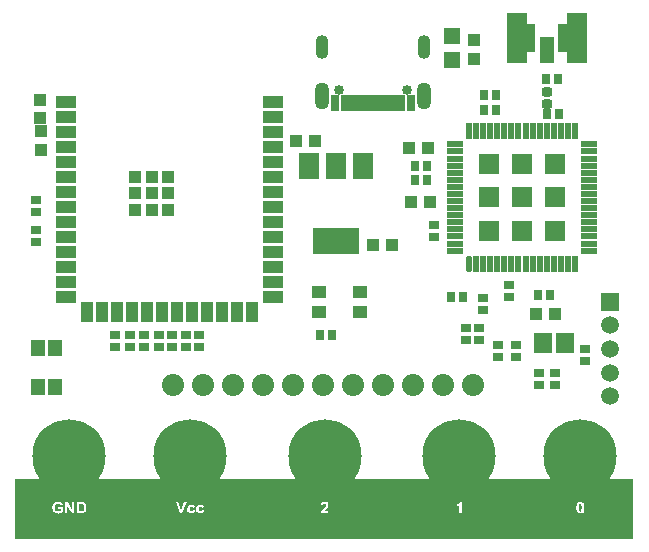
<source format=gts>
G04*
G04 #@! TF.GenerationSoftware,Altium Limited,Altium Designer,24.2.2 (26)*
G04*
G04 Layer_Color=8388736*
%FSLAX43Y43*%
%MOMM*%
G71*
G04*
G04 #@! TF.SameCoordinates,2AC63C8A-DCE0-4101-9F66-5B6E7EFFEEA9*
G04*
G04*
G04 #@! TF.FilePolarity,Negative*
G04*
G01*
G75*
%ADD36R,1.000X5.000*%
%ADD39R,0.914X2.337*%
%ADD40R,0.800X1.340*%
%ADD41R,0.500X1.340*%
G04:AMPARAMS|DCode=42|XSize=1.37mm|YSize=0.57mm|CornerRadius=0.285mm|HoleSize=0mm|Usage=FLASHONLY|Rotation=90.000|XOffset=0mm|YOffset=0mm|HoleType=Round|Shape=RoundedRectangle|*
%AMROUNDEDRECTD42*
21,1,1.370,0.000,0,0,90.0*
21,1,0.800,0.570,0,0,90.0*
1,1,0.570,0.000,0.400*
1,1,0.570,0.000,-0.400*
1,1,0.570,0.000,-0.400*
1,1,0.570,0.000,0.400*
%
%ADD42ROUNDEDRECTD42*%
%ADD43R,0.570X1.370*%
%ADD44R,1.370X0.570*%
%ADD45R,1.800X1.800*%
%ADD46R,1.700X2.200*%
%ADD47R,4.000X2.200*%
%ADD48R,1.700X1.100*%
%ADD49R,1.100X1.700*%
%ADD50R,1.100X1.100*%
%ADD51R,0.800X0.900*%
%ADD52R,0.900X0.800*%
%ADD53R,1.200X1.050*%
%ADD54R,1.521X1.724*%
G04:AMPARAMS|DCode=55|XSize=0.8mm|YSize=0.9mm|CornerRadius=0.25mm|HoleSize=0mm|Usage=FLASHONLY|Rotation=90.000|XOffset=0mm|YOffset=0mm|HoleType=Round|Shape=RoundedRectangle|*
%AMROUNDEDRECTD55*
21,1,0.800,0.400,0,0,90.0*
21,1,0.300,0.900,0,0,90.0*
1,1,0.500,0.200,0.150*
1,1,0.500,0.200,-0.150*
1,1,0.500,-0.200,-0.150*
1,1,0.500,-0.200,0.150*
%
%ADD55ROUNDEDRECTD55*%
%ADD56R,1.100X1.100*%
%ADD57R,1.250X1.350*%
%ADD58R,1.724X4.264*%
%ADD59R,1.216X2.232*%
%ADD60R,1.400X1.400*%
%ADD61O,1.250X2.300*%
%ADD62O,1.100X2.000*%
%ADD63C,0.850*%
%ADD64C,1.876*%
%ADD65C,1.500*%
%ADD66R,1.500X1.500*%
%ADD67C,6.200*%
G36*
X49950Y5040D02*
X52162D01*
Y-40D01*
X49950D01*
Y-40D01*
X45340D01*
Y-40D01*
X39710D01*
Y-40D01*
X35398D01*
Y-50D01*
X28032D01*
Y-40D01*
X23968D01*
Y-50D01*
X16602D01*
Y-40D01*
X12310D01*
Y-40D01*
X6710D01*
Y-40D01*
X2378D01*
Y-50D01*
X-162D01*
Y5030D01*
X2100D01*
Y5235D01*
X6710D01*
Y5040D01*
X12310D01*
Y5235D01*
X16920D01*
Y5030D01*
X23690D01*
Y5235D01*
X28300D01*
Y5030D01*
X35100D01*
Y5235D01*
X39710D01*
Y5040D01*
X45340D01*
Y5235D01*
X49950D01*
Y5040D01*
D02*
G37*
%LPC*%
G36*
X26323Y3088D02*
D01*
Y2815D01*
X26322Y2836D01*
X26319Y2857D01*
X26315Y2876D01*
X26310Y2895D01*
X26303Y2912D01*
X26297Y2928D01*
X26289Y2942D01*
X26281Y2956D01*
X26274Y2967D01*
X26266Y2978D01*
X26259Y2988D01*
X26253Y2995D01*
X26248Y3001D01*
X26243Y3006D01*
X26241Y3008D01*
X26240Y3009D01*
X26224Y3022D01*
X26206Y3035D01*
X26188Y3045D01*
X26170Y3055D01*
X26150Y3062D01*
X26132Y3068D01*
X26113Y3073D01*
X26095Y3077D01*
X26078Y3081D01*
X26063Y3083D01*
X26049Y3085D01*
X26037Y3087D01*
X26027D01*
X26020Y3088D01*
X26013D01*
X25989Y3087D01*
X25966Y3085D01*
X25944Y3082D01*
X25924Y3077D01*
X25904Y3072D01*
X25886Y3066D01*
X25869Y3060D01*
X25854Y3054D01*
X25840Y3048D01*
X25828Y3041D01*
X25818Y3036D01*
X25809Y3031D01*
X25803Y3026D01*
X25798Y3022D01*
X25794Y3021D01*
X25793Y3020D01*
X25778Y3006D01*
X25764Y2991D01*
X25751Y2975D01*
X25740Y2957D01*
X25730Y2939D01*
X25721Y2921D01*
X25715Y2902D01*
X25709Y2885D01*
X25703Y2868D01*
X25699Y2852D01*
X25696Y2837D01*
X25694Y2825D01*
X25691Y2814D01*
X25690Y2806D01*
X25689Y2801D01*
Y2800D01*
Y2799D01*
X25875Y2781D01*
X25877Y2795D01*
X25879Y2809D01*
X25881Y2821D01*
X25884Y2833D01*
X25887Y2844D01*
X25891Y2853D01*
X25894Y2862D01*
X25897Y2869D01*
X25901Y2876D01*
X25904Y2882D01*
X25907Y2886D01*
X25910Y2891D01*
X25912Y2894D01*
X25913Y2896D01*
X25915Y2897D01*
X25930Y2909D01*
X25945Y2918D01*
X25960Y2924D01*
X25974Y2929D01*
X25988Y2931D01*
X25994Y2932D01*
X25999D01*
X26002Y2933D01*
X26008D01*
X26029Y2931D01*
X26048Y2928D01*
X26064Y2922D01*
X26077Y2916D01*
X26088Y2910D01*
X26095Y2904D01*
X26100Y2901D01*
X26101Y2899D01*
X26112Y2885D01*
X26121Y2869D01*
X26127Y2853D01*
X26131Y2838D01*
X26133Y2825D01*
X26134Y2818D01*
Y2813D01*
X26135Y2808D01*
Y2805D01*
Y2803D01*
Y2803D01*
Y2792D01*
X26133Y2781D01*
X26129Y2761D01*
X26122Y2742D01*
X26116Y2724D01*
X26109Y2710D01*
X26105Y2704D01*
X26102Y2699D01*
X26100Y2694D01*
X26098Y2691D01*
X26097Y2689D01*
X26096Y2688D01*
X26089Y2680D01*
X26081Y2670D01*
X26072Y2658D01*
X26060Y2645D01*
X26048Y2633D01*
X26034Y2619D01*
X26008Y2593D01*
X25995Y2580D01*
X25983Y2568D01*
X25972Y2557D01*
X25962Y2548D01*
X25953Y2539D01*
X25947Y2534D01*
X25943Y2530D01*
X25941Y2529D01*
X25913Y2502D01*
X25887Y2477D01*
X25864Y2453D01*
X25842Y2430D01*
X25823Y2410D01*
X25806Y2391D01*
X25791Y2373D01*
X25777Y2357D01*
X25765Y2342D01*
X25756Y2330D01*
X25748Y2320D01*
X25742Y2310D01*
X25737Y2304D01*
X25733Y2298D01*
X25732Y2295D01*
X25731Y2294D01*
X25721Y2277D01*
X25713Y2261D01*
X25705Y2244D01*
X25699Y2228D01*
X25688Y2197D01*
X25683Y2182D01*
X25679Y2168D01*
X25676Y2155D01*
X25673Y2144D01*
X25672Y2134D01*
X25670Y2125D01*
X25669Y2117D01*
X25668Y2112D01*
X25667Y2109D01*
Y2108D01*
X26323D01*
Y3088D01*
D02*
G37*
G36*
X3870Y3102D02*
X2958D01*
Y2601D01*
X2959Y2575D01*
X2960Y2549D01*
X2963Y2525D01*
X2967Y2501D01*
X2971Y2478D01*
X2976Y2457D01*
X2981Y2437D01*
X2987Y2418D01*
X2992Y2401D01*
X2997Y2386D01*
X3001Y2372D01*
X3006Y2361D01*
X3009Y2352D01*
X3012Y2345D01*
X3014Y2342D01*
X3015Y2340D01*
X3026Y2318D01*
X3038Y2298D01*
X3052Y2279D01*
X3065Y2262D01*
X3080Y2245D01*
X3094Y2230D01*
X3108Y2216D01*
X3122Y2204D01*
X3135Y2193D01*
X3146Y2184D01*
X3157Y2175D01*
X3167Y2169D01*
X3174Y2164D01*
X3180Y2160D01*
X3185Y2158D01*
X3185Y2157D01*
X3207Y2146D01*
X3229Y2136D01*
X3252Y2127D01*
X3275Y2120D01*
X3298Y2114D01*
X3320Y2109D01*
X3342Y2104D01*
X3362Y2101D01*
X3381Y2098D01*
X3399Y2097D01*
X3414Y2095D01*
X3427Y2094D01*
X3437D01*
X3446Y2093D01*
X3453D01*
X3475Y2094D01*
X3497Y2095D01*
X3541Y2100D01*
X3561Y2103D01*
X3580Y2108D01*
X3599Y2112D01*
X3616Y2116D01*
X3632Y2120D01*
X3646Y2124D01*
X3659Y2128D01*
X3669Y2131D01*
X3678Y2134D01*
X3684Y2136D01*
X3688Y2137D01*
X3689Y2138D01*
X3711Y2147D01*
X3731Y2156D01*
X3750Y2165D01*
X3767Y2174D01*
X3783Y2183D01*
X3799Y2191D01*
X3811Y2200D01*
X3824Y2208D01*
X3834Y2216D01*
X3843Y2223D01*
X3852Y2229D01*
X3858Y2234D01*
X3863Y2238D01*
X3867Y2241D01*
X3869Y2243D01*
X3870Y2244D01*
Y2633D01*
X3445D01*
Y2468D01*
X3671D01*
Y2345D01*
X3653Y2332D01*
X3635Y2321D01*
X3618Y2311D01*
X3601Y2302D01*
X3585Y2295D01*
X3580Y2292D01*
X3574Y2290D01*
X3569Y2288D01*
X3566Y2286D01*
X3564Y2285D01*
X3563D01*
X3541Y2278D01*
X3518Y2272D01*
X3497Y2268D01*
X3479Y2265D01*
X3470Y2263D01*
X3463D01*
X3456Y2262D01*
X3451Y2262D01*
X3440D01*
X3417Y2262D01*
X3395Y2265D01*
X3375Y2269D01*
X3355Y2275D01*
X3338Y2282D01*
X3321Y2289D01*
X3305Y2297D01*
X3292Y2305D01*
X3279Y2313D01*
X3269Y2321D01*
X3260Y2328D01*
X3252Y2334D01*
X3245Y2340D01*
X3241Y2345D01*
X3239Y2347D01*
X3238Y2348D01*
X3224Y2365D01*
X3212Y2384D01*
X3202Y2405D01*
X3193Y2426D01*
X3186Y2447D01*
X3179Y2469D01*
X3174Y2490D01*
X3170Y2511D01*
X3168Y2531D01*
X3165Y2549D01*
X3163Y2565D01*
X3162Y2580D01*
Y2592D01*
X3161Y2601D01*
Y2604D01*
Y2607D01*
Y2608D01*
Y2608D01*
X3162Y2638D01*
X3164Y2665D01*
X3168Y2691D01*
X3173Y2715D01*
X3179Y2736D01*
X3185Y2756D01*
X3192Y2774D01*
X3199Y2791D01*
X3206Y2806D01*
X3213Y2817D01*
X3219Y2828D01*
X3225Y2837D01*
X3230Y2844D01*
X3234Y2848D01*
X3236Y2851D01*
X3237Y2852D01*
X3252Y2866D01*
X3267Y2879D01*
X3284Y2890D01*
X3301Y2899D01*
X3318Y2908D01*
X3335Y2914D01*
X3352Y2920D01*
X3368Y2924D01*
X3383Y2927D01*
X3397Y2930D01*
X3410Y2932D01*
X3421Y2933D01*
X3429D01*
X3436Y2934D01*
X3442D01*
X3458Y2933D01*
X3472Y2932D01*
X3500Y2927D01*
X3513Y2924D01*
X3525Y2921D01*
X3535Y2917D01*
X3545Y2913D01*
X3553Y2909D01*
X3562Y2905D01*
X3568Y2902D01*
X3574Y2899D01*
X3578Y2896D01*
X3581Y2893D01*
X3583Y2893D01*
X3584Y2892D01*
X3603Y2875D01*
X3620Y2857D01*
X3634Y2838D01*
X3644Y2820D01*
X3652Y2804D01*
X3655Y2797D01*
X3657Y2791D01*
X3659Y2786D01*
X3661Y2783D01*
X3662Y2780D01*
Y2779D01*
X3857Y2816D01*
X3851Y2840D01*
X3843Y2863D01*
X3834Y2885D01*
X3824Y2904D01*
X3813Y2924D01*
X3802Y2941D01*
X3791Y2957D01*
X3780Y2970D01*
X3769Y2983D01*
X3759Y2994D01*
X3750Y3003D01*
X3741Y3012D01*
X3734Y3018D01*
X3729Y3022D01*
X3726Y3025D01*
X3725Y3025D01*
X3705Y3039D01*
X3684Y3051D01*
X3662Y3061D01*
X3638Y3070D01*
X3614Y3077D01*
X3591Y3084D01*
X3568Y3089D01*
X3546Y3093D01*
X3525Y3096D01*
X3504Y3098D01*
X3487Y3100D01*
X3472Y3102D01*
X3459D01*
X3454Y3102D01*
X3870D01*
D02*
G37*
G36*
X47962Y3096D02*
Y2622D01*
X47961Y2647D01*
X47959Y2671D01*
X47958Y2693D01*
X47956Y2715D01*
X47953Y2737D01*
X47950Y2757D01*
X47947Y2776D01*
X47943Y2795D01*
X47940Y2812D01*
X47936Y2829D01*
X47931Y2845D01*
X47923Y2874D01*
X47914Y2900D01*
X47905Y2923D01*
X47897Y2942D01*
X47888Y2958D01*
X47881Y2972D01*
X47875Y2982D01*
X47870Y2989D01*
X47867Y2993D01*
X47866Y2995D01*
X47851Y3012D01*
X47834Y3028D01*
X47816Y3042D01*
X47798Y3053D01*
X47780Y3063D01*
X47761Y3072D01*
X47743Y3078D01*
X47726Y3083D01*
X47709Y3088D01*
X47694Y3091D01*
X47680Y3093D01*
X47668Y3094D01*
X47658Y3095D01*
X47651Y3096D01*
X47645D01*
X47618Y3095D01*
X47595Y3092D01*
X47572Y3087D01*
X47550Y3080D01*
X47530Y3072D01*
X47513Y3064D01*
X47496Y3055D01*
X47481Y3046D01*
X47468Y3036D01*
X47456Y3028D01*
X47447Y3019D01*
X47438Y3011D01*
X47432Y3005D01*
X47427Y3000D01*
X47425Y2996D01*
X47424Y2995D01*
X47415Y2984D01*
X47407Y2971D01*
X47393Y2944D01*
X47380Y2914D01*
X47369Y2882D01*
X47360Y2850D01*
X47352Y2817D01*
X47345Y2784D01*
X47340Y2752D01*
X47336Y2721D01*
X47333Y2693D01*
X47331Y2666D01*
Y2655D01*
X47330Y2644D01*
X47329Y2634D01*
Y2625D01*
X47328Y2617D01*
Y2572D01*
X47329Y2548D01*
X47331Y2524D01*
X47332Y2501D01*
X47334Y2479D01*
X47337Y2458D01*
X47339Y2439D01*
X47342Y2419D01*
X47345Y2401D01*
X47349Y2384D01*
X47352Y2368D01*
X47356Y2352D01*
X47360Y2337D01*
X47364Y2324D01*
X47368Y2310D01*
X47372Y2298D01*
X47380Y2276D01*
X47387Y2258D01*
X47395Y2243D01*
X47402Y2230D01*
X47408Y2221D01*
X47412Y2214D01*
X47415Y2210D01*
X47415Y2209D01*
X47432Y2189D01*
X47450Y2172D01*
X47469Y2158D01*
X47488Y2145D01*
X47508Y2135D01*
X47526Y2127D01*
X47545Y2119D01*
X47563Y2113D01*
X47579Y2109D01*
X47595Y2106D01*
X47609Y2103D01*
X47621Y2101D01*
X47631Y2101D01*
X47639Y2100D01*
X47645D01*
X47671Y2101D01*
X47694Y2104D01*
X47718Y2109D01*
X47739Y2115D01*
X47759Y2123D01*
X47777Y2131D01*
X47793Y2140D01*
X47809Y2150D01*
X47821Y2159D01*
X47833Y2168D01*
X47843Y2177D01*
X47851Y2184D01*
X47857Y2190D01*
X47862Y2195D01*
X47865Y2199D01*
X47865Y2199D01*
X47874Y2211D01*
X47882Y2224D01*
X47897Y2251D01*
X47910Y2282D01*
X47921Y2313D01*
X47930Y2345D01*
X47938Y2379D01*
X47945Y2412D01*
X47950Y2444D01*
X47953Y2474D01*
X47957Y2503D01*
X47959Y2529D01*
Y2541D01*
X47960Y2552D01*
X47961Y2561D01*
Y2571D01*
X47962Y2578D01*
Y2100D01*
D01*
D01*
Y3096D01*
D02*
G37*
G36*
X15810Y2841D02*
X15486D01*
X15457Y2840D01*
X15430Y2836D01*
X15404Y2831D01*
X15380Y2825D01*
X15358Y2818D01*
X15337Y2809D01*
X15319Y2801D01*
X15302Y2792D01*
X15287Y2782D01*
X15273Y2774D01*
X15262Y2765D01*
X15253Y2758D01*
X15245Y2752D01*
X15240Y2747D01*
X15237Y2743D01*
X15236Y2742D01*
X15220Y2723D01*
X15205Y2703D01*
X15193Y2682D01*
X15182Y2659D01*
X15173Y2636D01*
X15166Y2614D01*
X15160Y2591D01*
X15155Y2570D01*
X15151Y2550D01*
X15149Y2531D01*
X15146Y2514D01*
X15145Y2499D01*
X15144Y2487D01*
X15144Y2478D01*
Y2102D01*
Y2470D01*
X15144Y2439D01*
X15148Y2409D01*
X15152Y2381D01*
X15158Y2355D01*
X15165Y2331D01*
X15172Y2309D01*
X15181Y2288D01*
X15189Y2271D01*
X15198Y2254D01*
X15206Y2239D01*
X15214Y2227D01*
X15221Y2217D01*
X15226Y2210D01*
X15231Y2204D01*
X15234Y2200D01*
X15235Y2199D01*
X15253Y2183D01*
X15272Y2167D01*
X15292Y2155D01*
X15313Y2144D01*
X15333Y2134D01*
X15354Y2126D01*
X15374Y2119D01*
X15393Y2114D01*
X15412Y2111D01*
X15429Y2107D01*
X15444Y2106D01*
X15457Y2104D01*
X15468Y2103D01*
X15476Y2102D01*
X15144D01*
X15810D01*
X15483D01*
X15507Y2103D01*
X15531Y2105D01*
X15554Y2108D01*
X15574Y2112D01*
X15594Y2117D01*
X15611Y2123D01*
X15627Y2128D01*
X15643Y2134D01*
X15656Y2140D01*
X15667Y2146D01*
X15677Y2151D01*
X15686Y2156D01*
X15692Y2161D01*
X15697Y2164D01*
X15699Y2166D01*
X15700Y2166D01*
X15715Y2179D01*
X15728Y2194D01*
X15741Y2208D01*
X15752Y2223D01*
X15762Y2239D01*
X15770Y2255D01*
X15779Y2271D01*
X15786Y2287D01*
X15791Y2301D01*
X15797Y2315D01*
X15801Y2326D01*
X15804Y2336D01*
X15807Y2346D01*
X15808Y2352D01*
X15810Y2356D01*
Y2372D01*
Y2358D01*
X15627Y2389D01*
X15624Y2375D01*
X15621Y2363D01*
X15616Y2352D01*
X15613Y2342D01*
X15609Y2331D01*
X15605Y2323D01*
X15601Y2315D01*
X15597Y2309D01*
X15594Y2303D01*
X15590Y2298D01*
X15584Y2290D01*
X15580Y2286D01*
X15578Y2284D01*
X15565Y2274D01*
X15550Y2267D01*
X15536Y2262D01*
X15523Y2258D01*
X15510Y2256D01*
X15501Y2255D01*
X15496Y2254D01*
X15491D01*
X15479Y2255D01*
X15466Y2257D01*
X15454Y2260D01*
X15443Y2263D01*
X15424Y2271D01*
X15407Y2281D01*
X15400Y2285D01*
X15394Y2290D01*
X15389Y2294D01*
X15385Y2298D01*
X15381Y2301D01*
X15379Y2304D01*
X15378Y2305D01*
X15377Y2306D01*
X15369Y2316D01*
X15364Y2329D01*
X15358Y2342D01*
X15353Y2356D01*
X15346Y2385D01*
X15341Y2414D01*
X15339Y2428D01*
X15338Y2441D01*
X15337Y2453D01*
X15336Y2463D01*
X15336Y2472D01*
Y2479D01*
Y2482D01*
Y2484D01*
X15336Y2504D01*
X15337Y2523D01*
X15340Y2540D01*
X15342Y2556D01*
X15345Y2571D01*
X15349Y2584D01*
X15353Y2596D01*
X15357Y2606D01*
X15360Y2616D01*
X15364Y2623D01*
X15368Y2630D01*
X15370Y2635D01*
X15374Y2639D01*
X15375Y2642D01*
X15376Y2644D01*
X15377Y2644D01*
X15385Y2653D01*
X15394Y2660D01*
X15402Y2667D01*
X15412Y2673D01*
X15421Y2677D01*
X15430Y2682D01*
X15448Y2688D01*
X15464Y2691D01*
X15471Y2692D01*
X15476Y2693D01*
X15481Y2693D01*
X15488D01*
X15506Y2693D01*
X15523Y2689D01*
X15539Y2685D01*
X15550Y2680D01*
X15561Y2674D01*
X15567Y2670D01*
X15572Y2666D01*
X15573Y2666D01*
X15584Y2654D01*
X15594Y2641D01*
X15601Y2627D01*
X15607Y2614D01*
X15611Y2601D01*
X15615Y2592D01*
X15616Y2588D01*
Y2585D01*
X15616Y2583D01*
Y2583D01*
X15801Y2616D01*
X15794Y2636D01*
X15786Y2655D01*
X15778Y2673D01*
X15769Y2690D01*
X15760Y2705D01*
X15751Y2719D01*
X15742Y2731D01*
X15733Y2742D01*
X15725Y2753D01*
X15717Y2761D01*
X15709Y2769D01*
X15704Y2775D01*
X15698Y2779D01*
X15694Y2782D01*
X15692Y2784D01*
X15691Y2785D01*
X15676Y2795D01*
X15660Y2803D01*
X15643Y2811D01*
X15627Y2817D01*
X15610Y2823D01*
X15593Y2827D01*
X15576Y2830D01*
X15560Y2834D01*
X15545Y2836D01*
X15531Y2838D01*
X15518Y2839D01*
X15507Y2840D01*
X15499Y2841D01*
X15810D01*
D02*
G37*
G36*
X15052D02*
X14728D01*
X14700Y2840D01*
X14672Y2836D01*
X14646Y2831D01*
X14623Y2825D01*
X14601Y2818D01*
X14579Y2809D01*
X14561Y2801D01*
X14544Y2792D01*
X14529Y2782D01*
X14515Y2774D01*
X14504Y2765D01*
X14495Y2758D01*
X14487Y2752D01*
X14482Y2747D01*
X14479Y2743D01*
X14478Y2742D01*
X14462Y2723D01*
X14447Y2703D01*
X14435Y2682D01*
X14425Y2659D01*
X14415Y2636D01*
X14409Y2614D01*
X14402Y2591D01*
X14398Y2570D01*
X14393Y2550D01*
X14391Y2531D01*
X14388Y2514D01*
X14387Y2499D01*
X14387Y2487D01*
X14386Y2478D01*
Y2102D01*
Y2470D01*
X14387Y2439D01*
X14390Y2409D01*
X14394Y2381D01*
X14400Y2355D01*
X14407Y2331D01*
X14415Y2309D01*
X14423Y2288D01*
X14431Y2271D01*
X14440Y2254D01*
X14448Y2239D01*
X14456Y2227D01*
X14463Y2217D01*
X14469Y2210D01*
X14473Y2204D01*
X14476Y2200D01*
X14477Y2199D01*
X14495Y2183D01*
X14514Y2167D01*
X14535Y2155D01*
X14555Y2144D01*
X14575Y2134D01*
X14596Y2126D01*
X14616Y2119D01*
X14635Y2114D01*
X14654Y2111D01*
X14671Y2107D01*
X14686Y2106D01*
X14700Y2104D01*
X14710Y2103D01*
X14718Y2102D01*
X14386D01*
X15052D01*
X14725D01*
X14749Y2103D01*
X14773Y2105D01*
X14796Y2108D01*
X14816Y2112D01*
X14836Y2117D01*
X14853Y2123D01*
X14870Y2128D01*
X14885Y2134D01*
X14898Y2140D01*
X14909Y2146D01*
X14919Y2151D01*
X14928Y2156D01*
X14934Y2161D01*
X14939Y2164D01*
X14941Y2166D01*
X14942Y2166D01*
X14957Y2179D01*
X14970Y2194D01*
X14983Y2208D01*
X14994Y2223D01*
X15004Y2239D01*
X15012Y2255D01*
X15021Y2271D01*
X15028Y2287D01*
X15034Y2301D01*
X15039Y2315D01*
X15043Y2326D01*
X15046Y2336D01*
X15049Y2346D01*
X15051Y2352D01*
X15052Y2356D01*
Y2381D01*
Y2358D01*
X14869Y2389D01*
X14866Y2375D01*
X14863Y2363D01*
X14859Y2352D01*
X14855Y2342D01*
X14851Y2331D01*
X14848Y2323D01*
X14843Y2315D01*
X14839Y2309D01*
X14836Y2303D01*
X14832Y2298D01*
X14826Y2290D01*
X14822Y2286D01*
X14820Y2284D01*
X14807Y2274D01*
X14793Y2267D01*
X14778Y2262D01*
X14765Y2258D01*
X14752Y2256D01*
X14743Y2255D01*
X14738Y2254D01*
X14733D01*
X14721Y2255D01*
X14708Y2257D01*
X14696Y2260D01*
X14685Y2263D01*
X14666Y2271D01*
X14650Y2281D01*
X14642Y2285D01*
X14636Y2290D01*
X14631Y2294D01*
X14627Y2298D01*
X14623Y2301D01*
X14621Y2304D01*
X14620Y2305D01*
X14619Y2306D01*
X14612Y2316D01*
X14606Y2329D01*
X14600Y2342D01*
X14595Y2356D01*
X14588Y2385D01*
X14583Y2414D01*
X14581Y2428D01*
X14580Y2441D01*
X14579Y2453D01*
X14579Y2463D01*
X14578Y2472D01*
Y2479D01*
Y2482D01*
Y2484D01*
X14579Y2504D01*
X14579Y2523D01*
X14582Y2540D01*
X14585Y2556D01*
X14587Y2571D01*
X14591Y2584D01*
X14595Y2596D01*
X14599Y2606D01*
X14602Y2616D01*
X14606Y2623D01*
X14610Y2630D01*
X14612Y2635D01*
X14616Y2639D01*
X14617Y2642D01*
X14618Y2644D01*
X14619Y2644D01*
X14628Y2653D01*
X14636Y2660D01*
X14645Y2667D01*
X14654Y2673D01*
X14663Y2677D01*
X14672Y2682D01*
X14690Y2688D01*
X14706Y2691D01*
X14713Y2692D01*
X14718Y2693D01*
X14723Y2693D01*
X14730D01*
X14749Y2693D01*
X14766Y2689D01*
X14781Y2685D01*
X14793Y2680D01*
X14803Y2674D01*
X14809Y2670D01*
X14814Y2666D01*
X14815Y2666D01*
X14826Y2654D01*
X14836Y2641D01*
X14843Y2627D01*
X14849Y2614D01*
X14853Y2601D01*
X14857Y2592D01*
X14858Y2588D01*
Y2585D01*
X14859Y2583D01*
Y2583D01*
X15043Y2616D01*
X15036Y2636D01*
X15029Y2655D01*
X15020Y2673D01*
X15012Y2690D01*
X15002Y2705D01*
X14993Y2719D01*
X14985Y2731D01*
X14975Y2742D01*
X14967Y2753D01*
X14959Y2761D01*
X14952Y2769D01*
X14946Y2775D01*
X14941Y2779D01*
X14936Y2782D01*
X14934Y2784D01*
X14933Y2785D01*
X14918Y2795D01*
X14903Y2803D01*
X14886Y2811D01*
X14869Y2817D01*
X14852Y2823D01*
X14835Y2827D01*
X14818Y2830D01*
X14802Y2834D01*
X14787Y2836D01*
X14773Y2838D01*
X14760Y2839D01*
X14749Y2840D01*
X14741Y2841D01*
X15052D01*
D02*
G37*
G36*
X14328Y3094D02*
X14118D01*
X13880Y2372D01*
X13633Y3094D01*
X13420D01*
X13768Y2118D01*
X13420D01*
D01*
X14328D01*
D01*
X13980D01*
X14328Y3094D01*
D02*
G37*
G36*
X5852Y3085D02*
X5034D01*
Y2110D01*
X5852D01*
X5425D01*
X5444Y2111D01*
X5461Y2112D01*
X5478Y2114D01*
X5494Y2115D01*
X5508Y2117D01*
X5521Y2119D01*
X5533Y2120D01*
X5544Y2122D01*
X5553Y2124D01*
X5560Y2125D01*
X5567Y2127D01*
X5572Y2129D01*
X5576Y2130D01*
X5578Y2131D01*
X5579D01*
X5595Y2136D01*
X5610Y2142D01*
X5624Y2148D01*
X5637Y2154D01*
X5650Y2161D01*
X5661Y2168D01*
X5672Y2174D01*
X5681Y2180D01*
X5690Y2186D01*
X5697Y2191D01*
X5703Y2196D01*
X5708Y2200D01*
X5713Y2203D01*
X5715Y2206D01*
X5717Y2208D01*
X5718Y2208D01*
X5730Y2221D01*
X5741Y2235D01*
X5763Y2263D01*
X5780Y2292D01*
X5796Y2319D01*
X5801Y2332D01*
X5807Y2344D01*
X5812Y2354D01*
X5815Y2363D01*
X5818Y2371D01*
X5820Y2376D01*
X5822Y2380D01*
Y2381D01*
X5832Y2415D01*
X5840Y2450D01*
X5845Y2485D01*
X5847Y2501D01*
X5849Y2517D01*
X5850Y2532D01*
X5851Y2546D01*
X5851Y2558D01*
Y2568D01*
X5852Y2576D01*
Y2614D01*
X5851Y2637D01*
X5850Y2660D01*
X5847Y2682D01*
X5845Y2702D01*
X5842Y2721D01*
X5840Y2739D01*
X5836Y2755D01*
X5833Y2769D01*
X5830Y2782D01*
X5828Y2793D01*
X5825Y2801D01*
X5823Y2809D01*
X5822Y2814D01*
X5820Y2817D01*
Y2818D01*
X5807Y2852D01*
X5800Y2868D01*
X5792Y2882D01*
X5784Y2897D01*
X5776Y2910D01*
X5769Y2921D01*
X5761Y2932D01*
X5754Y2943D01*
X5747Y2951D01*
X5741Y2959D01*
X5736Y2965D01*
X5732Y2970D01*
X5729Y2974D01*
X5727Y2976D01*
X5726Y2976D01*
X5714Y2988D01*
X5703Y2999D01*
X5690Y3009D01*
X5678Y3018D01*
X5665Y3026D01*
X5653Y3033D01*
X5631Y3046D01*
X5620Y3051D01*
X5610Y3055D01*
X5602Y3058D01*
X5594Y3061D01*
X5588Y3063D01*
X5584Y3065D01*
X5581Y3066D01*
X5580D01*
X5567Y3069D01*
X5554Y3073D01*
X5524Y3077D01*
X5493Y3080D01*
X5463Y3083D01*
X5449Y3084D01*
X5436Y3085D01*
X5424D01*
X5414Y3085D01*
X5852D01*
D02*
G37*
G36*
X4827D02*
X4054D01*
Y2110D01*
X4827D01*
Y3085D01*
D02*
G37*
G36*
X37619Y3088D02*
X37467D01*
X37460Y3071D01*
X37453Y3055D01*
X37444Y3040D01*
X37435Y3025D01*
X37426Y3011D01*
X37416Y2999D01*
X37405Y2987D01*
X37396Y2976D01*
X37387Y2966D01*
X37377Y2957D01*
X37370Y2950D01*
X37363Y2943D01*
X37357Y2938D01*
X37352Y2934D01*
X37350Y2932D01*
X37349Y2931D01*
X37333Y2919D01*
X37317Y2908D01*
X37302Y2898D01*
X37288Y2889D01*
X37274Y2880D01*
X37261Y2873D01*
X37249Y2867D01*
X37238Y2861D01*
X37227Y2856D01*
X37218Y2852D01*
X37210Y2848D01*
X37203Y2846D01*
X37198Y2843D01*
X37194Y2841D01*
X37191Y2841D01*
X37191D01*
Y2671D01*
X37216Y2680D01*
X37240Y2690D01*
X37264Y2700D01*
X37287Y2712D01*
X37308Y2724D01*
X37328Y2736D01*
X37346Y2747D01*
X37364Y2759D01*
X37379Y2770D01*
X37393Y2779D01*
X37405Y2788D01*
X37414Y2797D01*
X37422Y2803D01*
X37427Y2808D01*
X37432Y2811D01*
X37432Y2812D01*
Y2108D01*
X37191D01*
D01*
X37619D01*
Y3088D01*
D02*
G37*
%LPD*%
G36*
X26323Y2282D02*
X25951D01*
X25957Y2291D01*
X25962Y2300D01*
X25969Y2309D01*
X25975Y2316D01*
X25980Y2323D01*
X25984Y2328D01*
X25988Y2331D01*
X25989Y2332D01*
X25994Y2338D01*
X26001Y2345D01*
X26008Y2353D01*
X26017Y2361D01*
X26034Y2379D01*
X26054Y2397D01*
X26072Y2413D01*
X26080Y2421D01*
X26087Y2428D01*
X26093Y2433D01*
X26097Y2437D01*
X26100Y2440D01*
X26101Y2441D01*
X26117Y2456D01*
X26132Y2469D01*
X26145Y2482D01*
X26158Y2495D01*
X26169Y2506D01*
X26179Y2516D01*
X26188Y2525D01*
X26196Y2534D01*
X26203Y2541D01*
X26209Y2548D01*
X26214Y2553D01*
X26217Y2557D01*
X26220Y2561D01*
X26222Y2564D01*
X26224Y2565D01*
Y2566D01*
X26242Y2589D01*
X26258Y2612D01*
X26270Y2633D01*
X26281Y2652D01*
X26286Y2660D01*
X26289Y2668D01*
X26292Y2674D01*
X26295Y2680D01*
X26297Y2684D01*
X26298Y2688D01*
X26299Y2689D01*
Y2690D01*
X26307Y2713D01*
X26313Y2735D01*
X26317Y2756D01*
X26320Y2775D01*
X26321Y2784D01*
X26322Y2792D01*
Y2798D01*
X26323Y2804D01*
Y2282D01*
D02*
G37*
G36*
X3416Y3102D02*
X3392Y3101D01*
X3368Y3098D01*
X3346Y3095D01*
X3326Y3091D01*
X3306Y3087D01*
X3289Y3082D01*
X3272Y3078D01*
X3258Y3074D01*
X3245Y3069D01*
X3234Y3064D01*
X3225Y3061D01*
X3218Y3058D01*
X3212Y3056D01*
X3209Y3054D01*
X3208Y3053D01*
X3185Y3041D01*
X3165Y3027D01*
X3145Y3013D01*
X3127Y2998D01*
X3110Y2983D01*
X3095Y2968D01*
X3081Y2953D01*
X3069Y2938D01*
X3058Y2925D01*
X3047Y2912D01*
X3040Y2901D01*
X3033Y2891D01*
X3028Y2882D01*
X3025Y2877D01*
X3022Y2873D01*
X3021Y2871D01*
X3010Y2849D01*
X3000Y2826D01*
X2992Y2803D01*
X2985Y2779D01*
X2978Y2756D01*
X2973Y2734D01*
X2969Y2712D01*
X2965Y2692D01*
X2963Y2673D01*
X2961Y2655D01*
X2960Y2640D01*
X2959Y2626D01*
Y2616D01*
X2958Y2608D01*
Y3102D01*
X3442D01*
X3416Y3102D01*
D02*
G37*
G36*
X47657Y2940D02*
X47668Y2938D01*
X47678Y2934D01*
X47688Y2930D01*
X47694Y2926D01*
X47700Y2923D01*
X47704Y2920D01*
X47705Y2919D01*
X47710Y2915D01*
X47714Y2909D01*
X47723Y2896D01*
X47731Y2882D01*
X47737Y2868D01*
X47742Y2854D01*
X47744Y2848D01*
X47745Y2843D01*
X47747Y2839D01*
X47748Y2836D01*
X47749Y2834D01*
Y2833D01*
X47752Y2819D01*
X47755Y2804D01*
X47757Y2787D01*
X47759Y2769D01*
X47760Y2750D01*
X47762Y2730D01*
X47764Y2691D01*
X47765Y2672D01*
X47766Y2655D01*
Y2638D01*
X47766Y2625D01*
Y2613D01*
Y2605D01*
Y2601D01*
Y2599D01*
Y2598D01*
Y2597D01*
Y2566D01*
X47766Y2537D01*
X47765Y2511D01*
X47763Y2486D01*
X47762Y2464D01*
X47760Y2445D01*
X47759Y2427D01*
X47757Y2411D01*
X47755Y2397D01*
X47753Y2386D01*
X47751Y2375D01*
X47750Y2367D01*
X47749Y2361D01*
X47748Y2357D01*
X47747Y2354D01*
Y2353D01*
X47741Y2334D01*
X47734Y2318D01*
X47727Y2304D01*
X47720Y2293D01*
X47714Y2286D01*
X47709Y2280D01*
X47705Y2276D01*
X47705Y2276D01*
X47694Y2269D01*
X47684Y2264D01*
X47674Y2260D01*
X47665Y2257D01*
X47656Y2255D01*
X47651Y2254D01*
X47645D01*
X47632Y2255D01*
X47621Y2258D01*
X47611Y2261D01*
X47602Y2265D01*
X47595Y2269D01*
X47590Y2272D01*
X47585Y2275D01*
X47585Y2276D01*
X47579Y2280D01*
X47575Y2286D01*
X47567Y2298D01*
X47559Y2312D01*
X47552Y2326D01*
X47547Y2340D01*
X47546Y2346D01*
X47544Y2351D01*
X47542Y2355D01*
X47541Y2358D01*
X47541Y2360D01*
Y2361D01*
X47538Y2375D01*
X47535Y2390D01*
X47533Y2407D01*
X47530Y2425D01*
X47530Y2444D01*
X47528Y2464D01*
X47526Y2503D01*
X47525Y2522D01*
X47524Y2539D01*
Y2556D01*
X47524Y2569D01*
Y2581D01*
Y2589D01*
Y2593D01*
Y2595D01*
Y2596D01*
Y2597D01*
Y2628D01*
X47524Y2657D01*
X47525Y2683D01*
X47526Y2708D01*
X47528Y2730D01*
X47530Y2750D01*
X47531Y2768D01*
X47533Y2784D01*
X47535Y2797D01*
X47536Y2809D01*
X47538Y2819D01*
X47540Y2827D01*
X47541Y2834D01*
X47541Y2838D01*
X47542Y2841D01*
Y2841D01*
X47548Y2861D01*
X47555Y2877D01*
X47562Y2891D01*
X47568Y2902D01*
X47574Y2909D01*
X47579Y2915D01*
X47583Y2918D01*
X47584Y2919D01*
X47594Y2927D01*
X47605Y2932D01*
X47615Y2936D01*
X47624Y2939D01*
X47633Y2940D01*
X47639Y2941D01*
X47645D01*
X47657Y2940D01*
D02*
G37*
G36*
X5379Y2920D02*
X5396Y2919D01*
X5411Y2918D01*
X5424D01*
X5436Y2917D01*
X5446Y2916D01*
X5455Y2915D01*
X5462Y2915D01*
X5468Y2914D01*
X5473Y2913D01*
X5478Y2912D01*
X5480D01*
X5481Y2911D01*
X5482D01*
X5501Y2905D01*
X5519Y2899D01*
X5534Y2891D01*
X5548Y2883D01*
X5558Y2876D01*
X5566Y2871D01*
X5571Y2866D01*
X5572Y2865D01*
X5585Y2851D01*
X5597Y2836D01*
X5606Y2820D01*
X5615Y2805D01*
X5620Y2791D01*
X5623Y2785D01*
X5626Y2780D01*
X5627Y2776D01*
X5628Y2773D01*
X5629Y2771D01*
Y2770D01*
X5632Y2758D01*
X5636Y2745D01*
X5641Y2718D01*
X5644Y2689D01*
X5647Y2661D01*
X5648Y2648D01*
X5648Y2636D01*
Y2625D01*
X5649Y2616D01*
Y2608D01*
Y2603D01*
Y2599D01*
Y2597D01*
Y2577D01*
X5648Y2557D01*
X5648Y2539D01*
X5646Y2521D01*
X5644Y2505D01*
X5642Y2491D01*
X5641Y2477D01*
X5639Y2465D01*
X5637Y2454D01*
X5636Y2445D01*
X5634Y2437D01*
X5632Y2430D01*
X5631Y2425D01*
X5630Y2421D01*
X5629Y2419D01*
Y2418D01*
X5625Y2406D01*
X5620Y2395D01*
X5612Y2376D01*
X5604Y2360D01*
X5595Y2347D01*
X5588Y2337D01*
X5582Y2330D01*
X5578Y2326D01*
X5577Y2324D01*
X5564Y2315D01*
X5551Y2306D01*
X5538Y2300D01*
X5526Y2294D01*
X5515Y2290D01*
X5505Y2287D01*
X5502Y2286D01*
X5500Y2285D01*
X5499Y2284D01*
X5498D01*
X5490Y2283D01*
X5482Y2281D01*
X5463Y2279D01*
X5444Y2278D01*
X5424Y2276D01*
X5406D01*
X5399Y2275D01*
X5231D01*
Y2921D01*
X5361D01*
X5379Y2920D01*
D02*
G37*
G36*
X4644Y2433D02*
X4245Y3085D01*
X4644D01*
Y2433D01*
D02*
G37*
G36*
X4629Y2110D02*
X4237D01*
Y2747D01*
X4629Y2110D01*
D02*
G37*
D36*
X1235Y2450D02*
D03*
X10125D02*
D03*
X11395D02*
D03*
X7585D02*
D03*
X8855D02*
D03*
X20285D02*
D03*
X17745D02*
D03*
X19015D02*
D03*
X21555D02*
D03*
X22825D02*
D03*
X30445D02*
D03*
X29175D02*
D03*
X32985D02*
D03*
X34255D02*
D03*
X31715D02*
D03*
X43145D02*
D03*
X41875D02*
D03*
X40605D02*
D03*
X50765D02*
D03*
X44415D02*
D03*
D39*
X46195Y42343D02*
D03*
X43404D02*
D03*
D40*
X33300Y36850D02*
D03*
X32500D02*
D03*
X27700D02*
D03*
X26900D02*
D03*
D41*
X31850D02*
D03*
X31350D02*
D03*
X30850D02*
D03*
X30350D02*
D03*
X29850D02*
D03*
X29350D02*
D03*
X28850D02*
D03*
X28350D02*
D03*
D42*
X38225Y23200D02*
D03*
D43*
X38825D02*
D03*
X39425D02*
D03*
X40025D02*
D03*
X40625D02*
D03*
X41225D02*
D03*
X41825D02*
D03*
X42425D02*
D03*
X43025D02*
D03*
X43625D02*
D03*
X44225D02*
D03*
X44825D02*
D03*
X45425D02*
D03*
X46025D02*
D03*
X46625D02*
D03*
X47225D02*
D03*
Y34500D02*
D03*
X46625D02*
D03*
X46025D02*
D03*
X45425D02*
D03*
X44825D02*
D03*
X44225D02*
D03*
X43625D02*
D03*
X43025D02*
D03*
X42425D02*
D03*
X41825D02*
D03*
X41225D02*
D03*
X40625D02*
D03*
X40025D02*
D03*
X39425D02*
D03*
X38825D02*
D03*
X38225D02*
D03*
D44*
X48375Y24350D02*
D03*
Y24950D02*
D03*
Y25550D02*
D03*
Y26150D02*
D03*
Y26750D02*
D03*
Y27350D02*
D03*
Y27950D02*
D03*
Y28550D02*
D03*
Y29150D02*
D03*
Y29750D02*
D03*
Y30350D02*
D03*
Y30950D02*
D03*
Y31550D02*
D03*
Y32150D02*
D03*
Y32750D02*
D03*
Y33350D02*
D03*
X37075D02*
D03*
Y32750D02*
D03*
Y32150D02*
D03*
Y31550D02*
D03*
Y30950D02*
D03*
Y30350D02*
D03*
Y29750D02*
D03*
Y29150D02*
D03*
Y28550D02*
D03*
Y27950D02*
D03*
Y27350D02*
D03*
Y26750D02*
D03*
Y26150D02*
D03*
Y25550D02*
D03*
Y24950D02*
D03*
Y24350D02*
D03*
D45*
X39925Y26050D02*
D03*
Y28850D02*
D03*
Y31650D02*
D03*
X42725Y26050D02*
D03*
Y28850D02*
D03*
Y31650D02*
D03*
X45525Y26050D02*
D03*
Y28850D02*
D03*
Y31650D02*
D03*
D46*
X29300Y31500D02*
D03*
X27000D02*
D03*
X24700D02*
D03*
D47*
X27000Y25200D02*
D03*
D48*
X4125Y36910D02*
D03*
Y35640D02*
D03*
Y34370D02*
D03*
Y33100D02*
D03*
Y31830D02*
D03*
Y30560D02*
D03*
Y29290D02*
D03*
Y28020D02*
D03*
Y26750D02*
D03*
Y25480D02*
D03*
Y24210D02*
D03*
Y22940D02*
D03*
Y21670D02*
D03*
Y20400D02*
D03*
X21625D02*
D03*
Y21670D02*
D03*
Y22940D02*
D03*
Y24210D02*
D03*
Y25480D02*
D03*
Y26750D02*
D03*
Y28020D02*
D03*
Y29290D02*
D03*
Y30560D02*
D03*
Y31830D02*
D03*
Y33100D02*
D03*
Y34370D02*
D03*
Y35640D02*
D03*
Y36910D02*
D03*
D49*
X5890Y19150D02*
D03*
X7160D02*
D03*
X8430D02*
D03*
X9700D02*
D03*
X10970D02*
D03*
X12240D02*
D03*
X13510D02*
D03*
X14780D02*
D03*
X16050D02*
D03*
X17320D02*
D03*
X18590D02*
D03*
X19860D02*
D03*
D50*
X11375Y29190D02*
D03*
Y30590D02*
D03*
X9975D02*
D03*
Y29190D02*
D03*
Y27790D02*
D03*
X11375D02*
D03*
X12775D02*
D03*
Y29190D02*
D03*
Y30590D02*
D03*
X43950Y18975D02*
D03*
X45550D02*
D03*
X33363Y28490D02*
D03*
X33200Y33000D02*
D03*
X30100Y24800D02*
D03*
X31700D02*
D03*
X23600Y33600D02*
D03*
X25200D02*
D03*
X34800Y33000D02*
D03*
X34963Y28490D02*
D03*
D51*
X40500Y36300D02*
D03*
X39500D02*
D03*
X34700Y31500D02*
D03*
X33700D02*
D03*
X34700Y30300D02*
D03*
X33700D02*
D03*
X45100Y20600D02*
D03*
X44100D02*
D03*
X40500Y37500D02*
D03*
X39500D02*
D03*
X37700Y20400D02*
D03*
X36700D02*
D03*
X45750Y38900D02*
D03*
X44750D02*
D03*
X45825Y35925D02*
D03*
X44825D02*
D03*
X26600Y17200D02*
D03*
X25600D02*
D03*
D52*
X9500Y17200D02*
D03*
Y16200D02*
D03*
X48100Y16000D02*
D03*
Y15000D02*
D03*
X8300Y17200D02*
D03*
Y16200D02*
D03*
X10700Y17200D02*
D03*
Y16200D02*
D03*
X1600Y27600D02*
D03*
Y28600D02*
D03*
X35300Y26500D02*
D03*
Y25500D02*
D03*
X45500Y14000D02*
D03*
Y13000D02*
D03*
X44200Y14000D02*
D03*
Y13000D02*
D03*
X41600Y21400D02*
D03*
Y20400D02*
D03*
X39436Y20319D02*
D03*
Y19319D02*
D03*
X42225Y16326D02*
D03*
Y15326D02*
D03*
X40663Y16326D02*
D03*
Y15325D02*
D03*
X38000Y17800D02*
D03*
Y16800D02*
D03*
X39100Y17800D02*
D03*
Y16800D02*
D03*
X12000Y17200D02*
D03*
Y16200D02*
D03*
X1600Y26100D02*
D03*
Y25100D02*
D03*
X13100Y16200D02*
D03*
X15400D02*
D03*
X14300Y17200D02*
D03*
Y16200D02*
D03*
X15400Y17200D02*
D03*
X13100D02*
D03*
D53*
X25550Y20875D02*
D03*
X29050D02*
D03*
X25550Y19125D02*
D03*
X29050D02*
D03*
D54*
X44475Y16513D02*
D03*
X46390D02*
D03*
D55*
X44800Y37800D02*
D03*
Y36800D02*
D03*
D56*
X1975Y34500D02*
D03*
Y32900D02*
D03*
X1952Y35543D02*
D03*
X38700Y42200D02*
D03*
Y40600D02*
D03*
X1952Y37143D02*
D03*
D57*
X1750Y12775D02*
D03*
X3200D02*
D03*
X1750Y16125D02*
D03*
X3200D02*
D03*
D58*
X47340Y42368D02*
D03*
X42260D02*
D03*
D59*
X44800Y41352D02*
D03*
D60*
X36800Y42550D02*
D03*
Y40450D02*
D03*
D61*
X34420Y37420D02*
D03*
X25780D02*
D03*
D62*
X34420Y41600D02*
D03*
X25780D02*
D03*
D63*
X27210Y37920D02*
D03*
X32990D02*
D03*
D64*
X36065Y13000D02*
D03*
X13205D02*
D03*
X15745D02*
D03*
X18285D02*
D03*
X20825D02*
D03*
X23365D02*
D03*
X25905D02*
D03*
X28445D02*
D03*
X30985D02*
D03*
X33525D02*
D03*
X38605D02*
D03*
D65*
X50175Y12025D02*
D03*
Y16025D02*
D03*
Y18025D02*
D03*
Y14025D02*
D03*
D66*
Y20025D02*
D03*
D67*
X4355Y6950D02*
D03*
X14595D02*
D03*
X26005D02*
D03*
X47595D02*
D03*
X37385D02*
D03*
M02*

</source>
